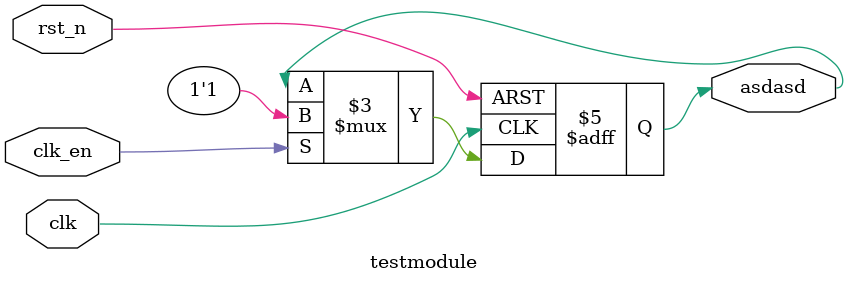
<source format=sv>
module testmodule (
	input clk,    // Clock
	input clk_en, // Clock Enable
	input rst_n,  // Asynchronous reset active low
	output asdasd
);

always_ff @(posedge clk or negedge rst_n) begin : proc_asdasd
	if(~rst_n) begin
		asdasd <= 0;
	end else if(clk_en) begin
		asdasd <= 1;
	end
end

endmodule

</source>
